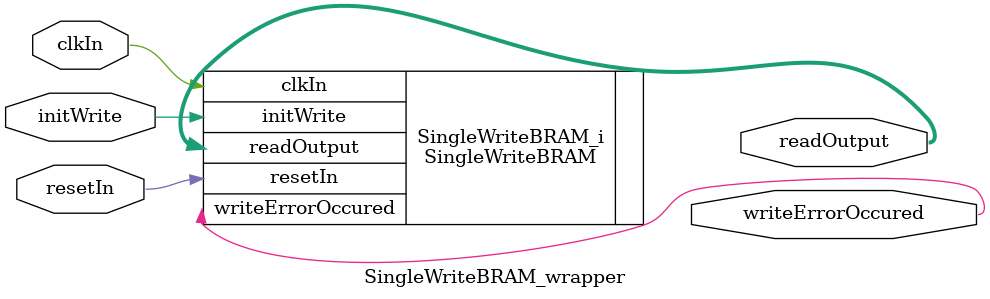
<source format=v>
`timescale 1 ps / 1 ps

module SingleWriteBRAM_wrapper
   (clkIn,
    initWrite,
    readOutput,
    resetIn,
    writeErrorOccured);
  input clkIn;
  input initWrite;
  output [31:0]readOutput;
  input resetIn;
  output writeErrorOccured;

  wire clkIn;
  wire initWrite;
  wire [31:0]readOutput;
  wire resetIn;
  wire writeErrorOccured;

  SingleWriteBRAM SingleWriteBRAM_i
       (.clkIn(clkIn),
        .initWrite(initWrite),
        .readOutput(readOutput),
        .resetIn(resetIn),
        .writeErrorOccured(writeErrorOccured));
endmodule

</source>
